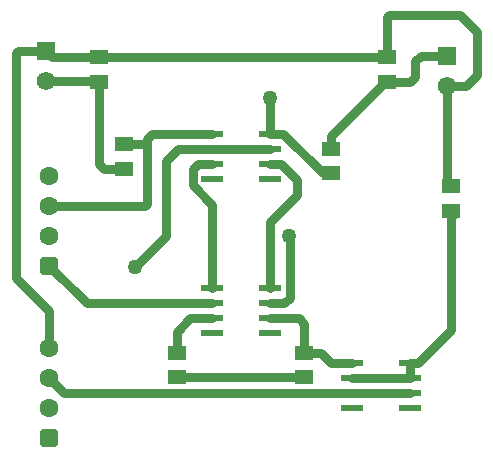
<source format=gtl>
G04*
G04 #@! TF.GenerationSoftware,Altium Limited,Altium Designer,24.2.2 (26)*
G04*
G04 Layer_Physical_Order=1*
G04 Layer_Color=255*
%FSLAX25Y25*%
%MOIN*%
G70*
G04*
G04 #@! TF.SameCoordinates,D4B7AB03-ACD0-4E4C-BE4D-9A7B16F7929E*
G04*
G04*
G04 #@! TF.FilePolarity,Positive*
G04*
G01*
G75*
%ADD15R,0.05938X0.04750*%
%ADD16R,0.07800X0.02200*%
%ADD19C,0.06181*%
%ADD20R,0.06181X0.06181*%
%ADD21C,0.03000*%
%ADD22C,0.06299*%
G04:AMPARAMS|DCode=23|XSize=62.99mil|YSize=62.99mil|CornerRadius=15.75mil|HoleSize=0mil|Usage=FLASHONLY|Rotation=90.000|XOffset=0mil|YOffset=0mil|HoleType=Round|Shape=RoundedRectangle|*
%AMROUNDEDRECTD23*
21,1,0.06299,0.03150,0,0,90.0*
21,1,0.03150,0.06299,0,0,90.0*
1,1,0.03150,0.01575,0.01575*
1,1,0.03150,0.01575,-0.01575*
1,1,0.03150,-0.01575,-0.01575*
1,1,0.03150,-0.01575,0.01575*
%
%ADD23ROUNDEDRECTD23*%
%ADD24C,0.05000*%
D15*
X446000Y218137D02*
D03*
Y209863D02*
D03*
X506000Y140363D02*
D03*
Y148637D02*
D03*
X463500Y140363D02*
D03*
Y148637D02*
D03*
X515000Y216637D02*
D03*
Y208363D02*
D03*
X533500Y247137D02*
D03*
Y238863D02*
D03*
X437500D02*
D03*
Y247137D02*
D03*
X555000Y195863D02*
D03*
Y204137D02*
D03*
D16*
X475300Y170000D02*
D03*
Y165000D02*
D03*
Y160000D02*
D03*
Y155000D02*
D03*
X494700D02*
D03*
Y160000D02*
D03*
Y165000D02*
D03*
Y170000D02*
D03*
X541200Y145000D02*
D03*
Y140000D02*
D03*
Y135000D02*
D03*
Y130000D02*
D03*
X521800D02*
D03*
Y135000D02*
D03*
Y140000D02*
D03*
Y145000D02*
D03*
X494700Y221500D02*
D03*
Y216500D02*
D03*
Y211500D02*
D03*
Y206500D02*
D03*
X475300D02*
D03*
Y211500D02*
D03*
Y216500D02*
D03*
Y221500D02*
D03*
D19*
X420000Y239000D02*
D03*
X553500Y237500D02*
D03*
D20*
X420000Y249000D02*
D03*
X553500Y247500D02*
D03*
D21*
X470657Y211500D02*
X475300D01*
X468900Y209743D02*
X470657Y211500D01*
X468900Y204364D02*
Y209743D01*
X437500Y211620D02*
X439257Y209863D01*
X446000D01*
X445125Y210738D02*
X446000Y209863D01*
X453500Y218000D02*
Y219743D01*
Y198086D02*
Y218000D01*
X446000Y218137D02*
X453363D01*
X453500Y218000D01*
Y219743D02*
X455257Y221500D01*
X475300D01*
X421000Y197500D02*
X452914D01*
X453500Y198086D01*
X437500Y211620D02*
Y238863D01*
X460000Y187500D02*
Y212500D01*
X464000Y216500D01*
X475300D01*
X494700D01*
X449500Y177000D02*
X460000Y187500D01*
X501100Y166857D02*
Y187400D01*
X494700Y165000D02*
X499243D01*
X501100Y166857D01*
X501000Y187500D02*
X501100Y187400D01*
X499000Y221500D02*
X512137Y208363D01*
X515000D01*
X494700Y192200D02*
X503500Y201000D01*
X494700Y221500D02*
X499000D01*
X494700Y211500D02*
X498236D01*
X503500Y206236D01*
Y201000D02*
Y206236D01*
X475300Y170000D02*
Y197965D01*
X468900Y204364D02*
X475300Y197965D01*
X494700Y170000D02*
Y192200D01*
X533500Y238863D02*
X541243D01*
X543000Y240620D02*
Y245743D01*
X541243Y238863D02*
X543000Y240620D01*
Y245743D02*
X544757Y247500D01*
X553500D01*
X463500Y140363D02*
X506000D01*
X506137Y148500D02*
X511500D01*
X506000Y148637D02*
X506137Y148500D01*
X511500D02*
X514001Y145999D01*
X515000Y145000D01*
X521800D01*
X506000Y148637D02*
Y158243D01*
X494700Y160000D02*
X504243D01*
X506000Y158243D01*
X463500Y148637D02*
Y155500D01*
X468000Y160000D02*
X475300D01*
X463500Y155500D02*
X468000Y160000D01*
X421000Y177500D02*
X433500Y165000D01*
X475300D01*
X521800Y135000D02*
X541200D01*
X426000D02*
X521800D01*
X421000Y140000D02*
X426000Y135000D01*
X410586Y249000D02*
X420000D01*
X410000Y248414D02*
X410586Y249000D01*
X410000Y173500D02*
Y248414D01*
X421000Y150000D02*
Y162500D01*
X410000Y173500D02*
X421000Y162500D01*
X420000Y239000D02*
X437363D01*
X437500Y238863D01*
X420000Y249000D02*
X421863Y247137D01*
X437500D01*
X494500Y221700D02*
X494700Y221500D01*
X494500Y221700D02*
Y233500D01*
X515000Y220957D02*
X532906Y238863D01*
X515000Y216637D02*
Y220957D01*
X532906Y238863D02*
X533500D01*
X521800Y140000D02*
X541200D01*
Y145000D01*
X555000Y156000D02*
Y195863D01*
X544000Y145000D02*
X555000Y156000D01*
X541200Y145000D02*
X544000D01*
X553500Y205637D02*
X555000Y204137D01*
X553500Y205637D02*
Y237500D01*
X534086Y261000D02*
X558000D01*
X533500Y247137D02*
Y260414D01*
X534086Y261000D01*
X558000D02*
X563500Y255500D01*
Y241000D02*
Y255500D01*
X560000Y237500D02*
X563500Y241000D01*
X553500Y237500D02*
X560000D01*
X437500Y247137D02*
X533500D01*
X555000Y195863D02*
X556200Y194663D01*
D22*
X421000Y187500D02*
D03*
Y197500D02*
D03*
Y207500D02*
D03*
Y130000D02*
D03*
Y140000D02*
D03*
Y150000D02*
D03*
D23*
Y177500D02*
D03*
Y120000D02*
D03*
D24*
X501000Y187500D02*
D03*
X449500Y177000D02*
D03*
X494500Y233500D02*
D03*
M02*

</source>
